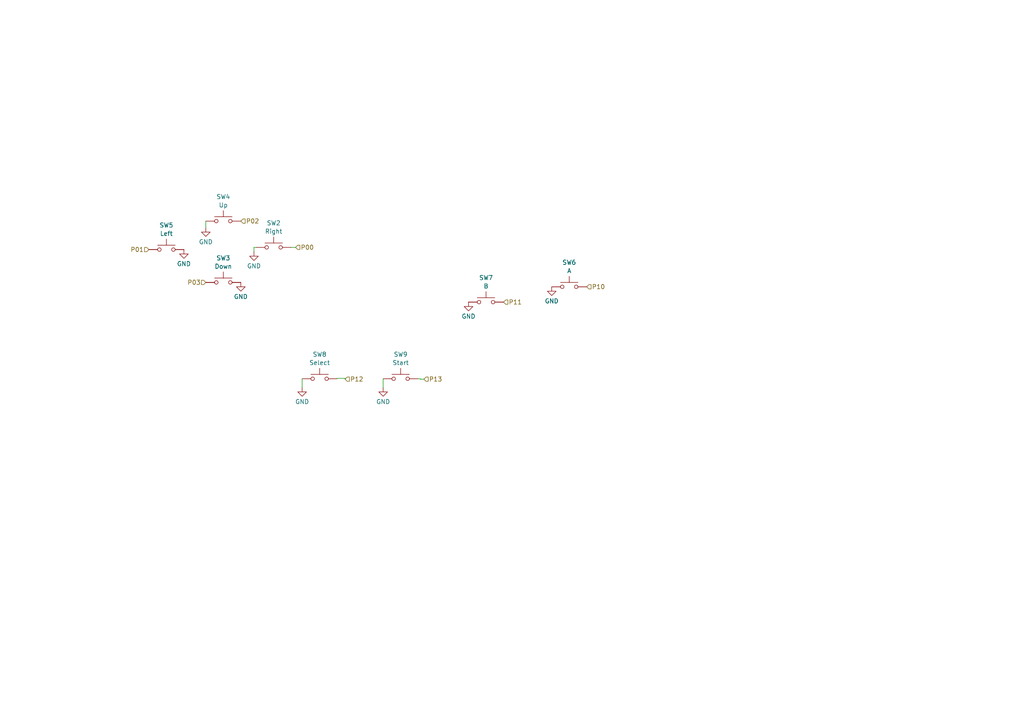
<source format=kicad_sch>
(kicad_sch (version 20231120) (generator "eeschema") (generator_version "8.0")
  (paper "A4")
  (title_block (title "CGB Reverse Engineer") (company "NatalieTheNerd.com"))
  (lib_symbols
    (symbol "Switch:SW_Push" (pin_numbers hide) (pin_names (offset 1.016) hide)
      (property "Reference" "SW" (at 1.27 2.54 0))
      (property "Value" "SW_Push" (at 0 -1.524 0))
      (symbol "SW_Push_0_1"
        (circle (center -2.032 0) (radius 0.508))
        (polyline (pts (xy 0 1.27) (xy 0 3.048)))
        (polyline (pts (xy 2.54 1.27) (xy -2.54 1.27)))
        (circle (center 2.032 0) (radius 0.508))
        (pin passive line (at -5.08 0 0) (length 2.54) (name "1") (number "1"))
        (pin passive line (at 5.08 0 180) (length 2.54) (name "2") (number "2"))
      )
    )
    (symbol "power:GND" (power) (pin_names (offset 0))
      (property "Value" "GND" (at 0 -3.81 0))
      (symbol "GND_0_1"
        (polyline (pts (xy 0 0) (xy 0 -1.27) (xy 1.27 -1.27) (xy 0 -2.54) (xy -1.27 -1.27) (xy 0 -1.27)))
      )
      (symbol "GND_1_1"
        (pin power_in line (at 0 0 270) (length 0) hide (name "GND") (number "1"))
      )
    )
  )
  (wire (pts (xy 111.125 112.395) (xy 111.125 109.855)))
  (wire (pts (xy 100.076 109.982) (xy 100.076 109.728)))
  (wire (pts (xy 73.66 73.025) (xy 73.66 71.755)))
  (wire (pts (xy 73.66 71.755) (xy 74.295 71.755)))
  (wire (pts (xy 122.936 109.982) (xy 121.92 109.982)))
  (wire (pts (xy 121.92 109.855) (xy 121.285 109.855)))
  (wire (pts (xy 121.92 109.982) (xy 121.92 109.855)))
  (wire (pts (xy 87.63 112.395) (xy 87.63 109.855)))
  (wire (pts (xy 97.79 109.728) (xy 97.79 109.855)))
  (wire (pts (xy 59.69 66.04) (xy 59.69 64.135)))
  (wire (pts (xy 100.076 109.728) (xy 97.79 109.728)))
  (wire (pts (xy 85.725 71.755) (xy 84.455 71.755)))
  (hierarchical_label "P00" (shape input) (at 85.725 71.755 0))
  (hierarchical_label "P10" (shape input) (at 170.18 83.185 0))
  (hierarchical_label "P13" (shape input) (at 122.936 109.982 0))
  (hierarchical_label "P01" (shape input) (at 43.18 72.39 180))
  (hierarchical_label "P03" (shape input) (at 59.69 81.915 180))
  (hierarchical_label "P02" (shape input) (at 69.85 64.135 0))
  (hierarchical_label "P12" (shape input) (at 100.076 109.982 0))
  (hierarchical_label "P11" (shape input) (at 146.05 87.63 0))
  (symbol (lib_id "Switch:SW_Push") (at 79.375 71.755 0) (unit 1)
    (property "Reference" "SW2" (at 79.375 64.6897 0))
    (property "Value" "Right" (at 79.375 67.1139 0))
    (property "Footprint" "CGB:Dpad CGB" (effects (hide yes)))
  )
  (symbol (lib_id "power:GND") (at 59.69 66.04 0) (unit 1)
    (property "Reference" "#PWR069" (effects (hide yes)))
    (property "Value" "GND" (at 59.69 70.1731 0))
  )
  (symbol (lib_id "power:GND") (at 53.34 72.39 0) (unit 1)
    (property "Reference" "#PWR067" (effects (hide yes)))
    (property "Value" "GND" (at 53.34 76.5231 0))
  )
  (symbol (lib_id "power:GND") (at 73.66 73.025 0) (unit 1)
    (property "Reference" "#PWR070" (effects (hide yes)))
    (property "Value" "GND" (at 73.66 77.1581 0))
  )
  (symbol (lib_id "power:GND") (at 135.89 87.63 0) (unit 1)
    (property "Reference" "#PWR073" (effects (hide yes)))
    (property "Value" "GND" (at 135.89 91.7631 0))
  )
  (symbol (lib_id "Switch:SW_Push") (at 64.77 81.915 0) (unit 1)
    (property "Reference" "SW3" (at 64.77 74.8497 0))
    (property "Value" "Down" (at 64.77 77.2739 0))
    (property "Footprint" "CGB:Dpad CGB" (effects (hide yes)))
  )
  (symbol (lib_id "power:GND") (at 111.125 112.395 0) (unit 1)
    (property "Reference" "#PWR072" (effects (hide yes)))
    (property "Value" "GND" (at 111.125 116.5281 0))
  )
  (symbol (lib_id "power:GND") (at 69.85 81.915 0) (unit 1)
    (property "Reference" "#PWR068" (effects (hide yes)))
    (property "Value" "GND" (at 69.85 86.0481 0))
  )
  (symbol (lib_id "Switch:SW_Push") (at 165.1 83.185 0) (unit 1)
    (property "Reference" "SW6" (at 165.1 76.1197 0))
    (property "Value" "A" (at 165.1 78.5439 0))
    (property "Footprint" "CGB:AB CGB" (effects (hide yes)))
  )
  (symbol (lib_id "Switch:SW_Push") (at 64.77 64.135 0) (unit 1)
    (property "Reference" "SW4" (at 64.77 57.0697 0))
    (property "Value" "Up" (at 64.77 59.4939 0))
    (property "Footprint" "CGB:Dpad CGB" (effects (hide yes)))
  )
  (symbol (lib_id "Switch:SW_Push") (at 140.97 87.63 0) (unit 1)
    (property "Reference" "SW7" (at 140.97 80.5647 0))
    (property "Value" "B" (at 140.97 82.9889 0))
    (property "Footprint" "CGB:AB CGB" (effects (hide yes)))
  )
  (symbol (lib_id "Switch:SW_Push") (at 116.205 109.855 0) (unit 1)
    (property "Reference" "SW9" (at 116.205 102.7897 0))
    (property "Value" "Start" (at 116.205 105.2139 0))
    (property "Footprint" "CGB:Start CGB" (effects (hide yes)))
  )
  (symbol (lib_id "power:GND") (at 87.63 112.395 0) (unit 1)
    (property "Reference" "#PWR071" (effects (hide yes)))
    (property "Value" "GND" (at 87.63 116.5281 0))
  )
  (symbol (lib_id "power:GND") (at 160.02 83.185 0) (unit 1)
    (property "Reference" "#PWR074" (effects (hide yes)))
    (property "Value" "GND" (at 160.02 87.3181 0))
  )
  (symbol (lib_id "Switch:SW_Push") (at 92.71 109.855 0) (unit 1)
    (property "Reference" "SW8" (at 92.71 102.7897 0))
    (property "Value" "Select" (at 92.71 105.2139 0))
    (property "Footprint" "CGB:Select CGB" (effects (hide yes)))
  )
  (symbol (lib_id "Switch:SW_Push") (at 48.26 72.39 0) (unit 1)
    (property "Reference" "SW5" (at 48.26 65.3247 0))
    (property "Value" "Left" (at 48.26 67.7489 0))
    (property "Footprint" "CGB:Dpad CGB" (effects (hide yes)))
  )
)
</source>
